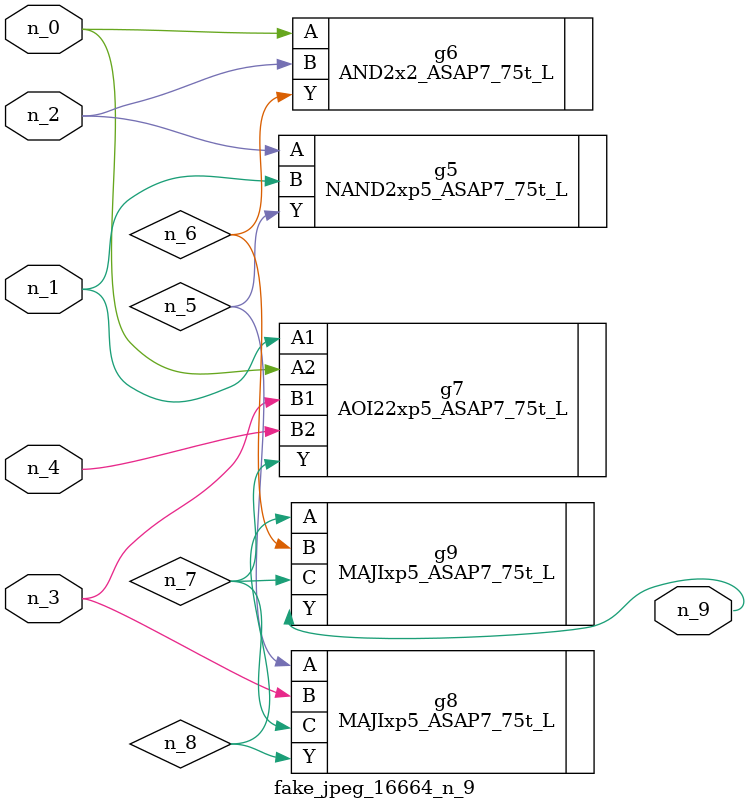
<source format=v>
module fake_jpeg_16664_n_9 (n_3, n_2, n_1, n_0, n_4, n_9);

input n_3;
input n_2;
input n_1;
input n_0;
input n_4;

output n_9;

wire n_8;
wire n_6;
wire n_5;
wire n_7;

NAND2xp5_ASAP7_75t_L g5 ( 
.A(n_2),
.B(n_1),
.Y(n_5)
);

AND2x2_ASAP7_75t_L g6 ( 
.A(n_0),
.B(n_2),
.Y(n_6)
);

AOI22xp5_ASAP7_75t_L g7 ( 
.A1(n_1),
.A2(n_0),
.B1(n_3),
.B2(n_4),
.Y(n_7)
);

MAJIxp5_ASAP7_75t_L g8 ( 
.A(n_5),
.B(n_3),
.C(n_7),
.Y(n_8)
);

MAJIxp5_ASAP7_75t_L g9 ( 
.A(n_8),
.B(n_6),
.C(n_7),
.Y(n_9)
);


endmodule
</source>
